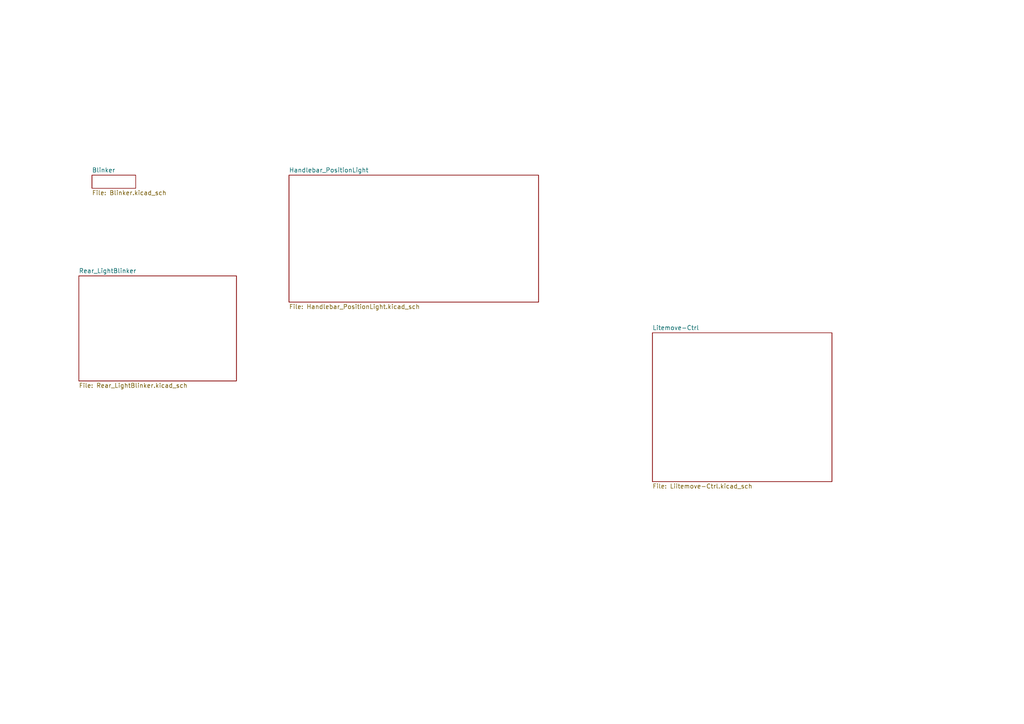
<source format=kicad_sch>
(kicad_sch
	(version 20250114)
	(generator "eeschema")
	(generator_version "9.0")
	(uuid "42982b9f-bf8a-4efc-a4f0-0c33f1462ece")
	(paper "A4")
	(lib_symbols)
	(sheet
		(at 22.86 80.01)
		(size 45.72 30.48)
		(exclude_from_sim no)
		(in_bom yes)
		(on_board yes)
		(dnp no)
		(fields_autoplaced yes)
		(stroke
			(width 0.1524)
			(type solid)
		)
		(fill
			(color 0 0 0 0.0000)
		)
		(uuid "1fa3f230-3de4-4e6b-8ddb-a3b4a7a0c439")
		(property "Sheetname" "Rear_LightBlinker"
			(at 22.86 79.2984 0)
			(effects
				(font
					(size 1.27 1.27)
				)
				(justify left bottom)
			)
		)
		(property "Sheetfile" "Rear_LightBlinker.kicad_sch"
			(at 22.86 111.0746 0)
			(effects
				(font
					(size 1.27 1.27)
				)
				(justify left top)
			)
		)
		(instances
			(project "PedalPirat"
				(path "/9ce0a74b-6fd5-414b-86b4-a0501b0597ae/cea94e63-79b8-4dd4-b152-d849d09f7588"
					(page "6")
				)
			)
		)
	)
	(sheet
		(at 83.82 50.8)
		(size 72.39 36.83)
		(exclude_from_sim no)
		(in_bom yes)
		(on_board yes)
		(dnp no)
		(fields_autoplaced yes)
		(stroke
			(width 0.1524)
			(type solid)
		)
		(fill
			(color 0 0 0 0.0000)
		)
		(uuid "28097cc0-bbbd-4c07-a0e1-37a2a89ac7a1")
		(property "Sheetname" "Handlebar_PositionLight"
			(at 83.82 50.0884 0)
			(effects
				(font
					(size 1.27 1.27)
				)
				(justify left bottom)
			)
		)
		(property "Sheetfile" "Handlebar_PositionLight.kicad_sch"
			(at 83.82 88.2146 0)
			(effects
				(font
					(size 1.27 1.27)
				)
				(justify left top)
			)
		)
		(instances
			(project "PedalPirat"
				(path "/9ce0a74b-6fd5-414b-86b4-a0501b0597ae/cea94e63-79b8-4dd4-b152-d849d09f7588"
					(page "8")
				)
			)
		)
	)
	(sheet
		(at 26.67 50.8)
		(size 12.7 3.81)
		(exclude_from_sim no)
		(in_bom yes)
		(on_board yes)
		(dnp no)
		(fields_autoplaced yes)
		(stroke
			(width 0.1524)
			(type solid)
		)
		(fill
			(color 0 0 0 0.0000)
		)
		(uuid "8683f94c-03a2-4fd0-82d4-d6d06d12115e")
		(property "Sheetname" "Blinker"
			(at 26.67 50.0884 0)
			(effects
				(font
					(size 1.27 1.27)
				)
				(justify left bottom)
			)
		)
		(property "Sheetfile" "Blinker.kicad_sch"
			(at 26.67 55.1946 0)
			(effects
				(font
					(size 1.27 1.27)
				)
				(justify left top)
			)
		)
		(property "Field2" ""
			(at 26.67 50.8 0)
			(effects
				(font
					(size 1.27 1.27)
				)
			)
		)
		(instances
			(project "PedalPirat"
				(path "/9ce0a74b-6fd5-414b-86b4-a0501b0597ae/cea94e63-79b8-4dd4-b152-d849d09f7588"
					(page "3")
				)
			)
		)
	)
	(sheet
		(at 189.23 96.52)
		(size 52.07 43.18)
		(exclude_from_sim no)
		(in_bom yes)
		(on_board yes)
		(dnp no)
		(fields_autoplaced yes)
		(stroke
			(width 0.1524)
			(type solid)
		)
		(fill
			(color 0 0 0 0.0000)
		)
		(uuid "e3f4dded-6358-4503-aad8-aa9341bb7fa1")
		(property "Sheetname" "Litemove-Ctrl"
			(at 189.23 95.8084 0)
			(effects
				(font
					(size 1.27 1.27)
				)
				(justify left bottom)
			)
		)
		(property "Sheetfile" "Liitemove-Ctrl.kicad_sch"
			(at 189.23 140.2846 0)
			(effects
				(font
					(size 1.27 1.27)
				)
				(justify left top)
			)
		)
		(instances
			(project "PedalPirat"
				(path "/9ce0a74b-6fd5-414b-86b4-a0501b0597ae/cea94e63-79b8-4dd4-b152-d849d09f7588"
					(page "10")
				)
			)
		)
	)
)

</source>
